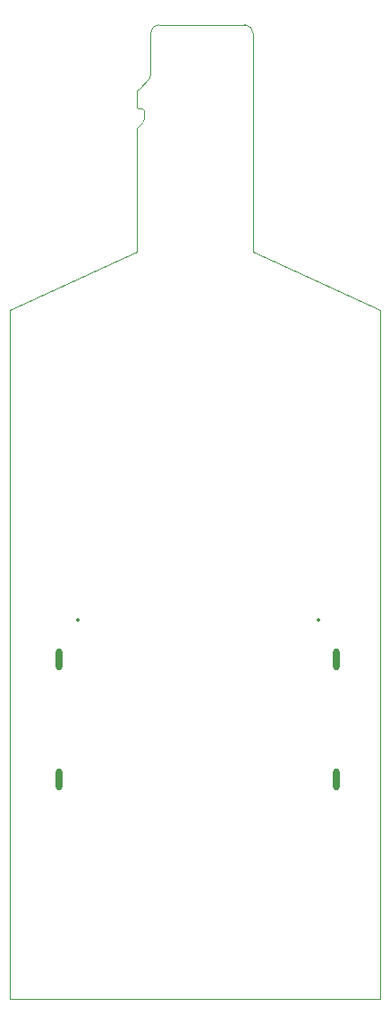
<source format=gko>
%TF.GenerationSoftware,KiCad,Pcbnew,9.0.2*%
%TF.CreationDate,2025-06-23T10:18:23+08:00*%
%TF.ProjectId,SDEX2M2 MicroSD Express to SD Express Adapter,53444558-324d-4322-904d-6963726f5344,rev?*%
%TF.SameCoordinates,Original*%
%TF.FileFunction,Profile,NP*%
%FSLAX46Y46*%
G04 Gerber Fmt 4.6, Leading zero omitted, Abs format (unit mm)*
G04 Created by KiCad (PCBNEW 9.0.2) date 2025-06-23 10:18:23*
%MOMM*%
%LPD*%
G01*
G04 APERTURE LIST*
%TA.AperFunction,Profile*%
%ADD10C,0.050000*%
%TD*%
%ADD11C,0.350000*%
%ADD12O,0.650000X2.050000*%
G04 APERTURE END LIST*
D10*
X146460000Y-99415985D02*
X146460000Y-92960000D01*
X123400000Y-170070000D02*
X158500000Y-170070000D01*
X158500000Y-104950000D02*
X158500000Y-170070000D01*
X123402514Y-104950000D02*
X135460000Y-99415985D01*
X146460000Y-99415985D02*
X158500000Y-104950000D01*
X123402514Y-104950000D02*
X123400000Y-170070000D01*
X135460000Y-92960000D02*
X135460000Y-99415985D01*
%TO.C,J1*%
X135460000Y-84355685D02*
X135460000Y-85760000D01*
X135460000Y-87760000D02*
X135460001Y-92960000D01*
X135560000Y-85860000D02*
X135960000Y-85860000D01*
X136042842Y-87177158D02*
X135460000Y-87760000D01*
X136160000Y-86060000D02*
X136160000Y-86894315D01*
X136642842Y-83007158D02*
X135577157Y-84072843D01*
X136760000Y-82724315D02*
X136760000Y-78760000D01*
X137560000Y-77960000D02*
X145660000Y-77960000D01*
X146460000Y-78760000D02*
X146460000Y-92960000D01*
X135460000Y-84355685D02*
G75*
G02*
X135577157Y-84072843I399998J1D01*
G01*
X135560000Y-85860000D02*
G75*
G02*
X135460000Y-85760000I-1J99999D01*
G01*
X135960000Y-85860000D02*
G75*
G02*
X136160000Y-86060000I-1J-200001D01*
G01*
X136160000Y-86894315D02*
G75*
G02*
X136042842Y-87177158I-399993J-2D01*
G01*
X136760000Y-78760000D02*
G75*
G02*
X137560000Y-77960000I800001J-1D01*
G01*
X136760000Y-82724315D02*
G75*
G02*
X136642842Y-83007158I-399993J-2D01*
G01*
X145660000Y-77960000D02*
G75*
G02*
X146460000Y-78760000I0J-800000D01*
G01*
%TD*%
D11*
X152620000Y-134180000D03*
X129820000Y-134180000D03*
D12*
X154345000Y-137980000D03*
X128095000Y-137980000D03*
X154345000Y-149280000D03*
X128095000Y-149280000D03*
M02*

</source>
